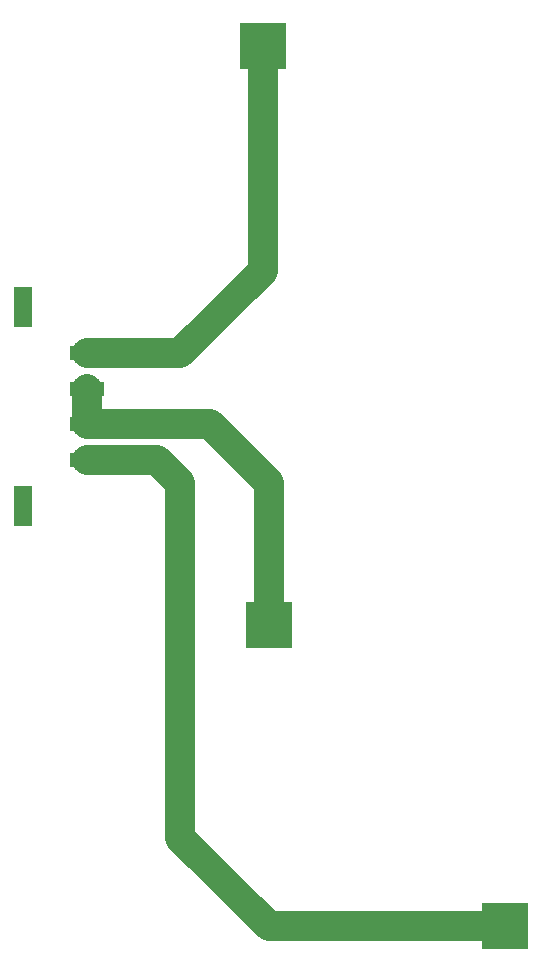
<source format=gtl>
G04 #@! TF.GenerationSoftware,KiCad,Pcbnew,5.1.9+dfsg1-1*
G04 #@! TF.CreationDate,2022-08-21T22:58:33+09:00*
G04 #@! TF.ProjectId,lenovo-tab4-8p-no-battery-psu,6c656e6f-766f-42d7-9461-62342d38702d,rev?*
G04 #@! TF.SameCoordinates,Original*
G04 #@! TF.FileFunction,Copper,L1,Top*
G04 #@! TF.FilePolarity,Positive*
%FSLAX46Y46*%
G04 Gerber Fmt 4.6, Leading zero omitted, Abs format (unit mm)*
G04 Created by KiCad (PCBNEW 5.1.9+dfsg1-1) date 2022-08-21 22:58:33*
%MOMM*%
%LPD*%
G01*
G04 APERTURE LIST*
G04 #@! TA.AperFunction,SMDPad,CuDef*
%ADD10R,4.000000X4.000000*%
G04 #@! TD*
G04 #@! TA.AperFunction,SMDPad,CuDef*
%ADD11R,2.919999X1.270000*%
G04 #@! TD*
G04 #@! TA.AperFunction,SMDPad,CuDef*
%ADD12R,1.650000X3.430001*%
G04 #@! TD*
G04 #@! TA.AperFunction,Conductor*
%ADD13C,2.500000*%
G04 #@! TD*
G04 APERTURE END LIST*
D10*
X235000000Y-81000000D03*
X235500000Y-130000000D03*
X255500000Y-155500000D03*
D11*
X220120000Y-115999999D03*
X220120000Y-113000000D03*
X220120000Y-110000000D03*
X220120000Y-107000001D03*
D12*
X214649988Y-119885004D03*
X214649988Y-103114996D03*
D13*
X220120000Y-107000001D02*
X227999999Y-107000001D01*
X235000000Y-100000000D02*
X235000000Y-81000000D01*
X227999999Y-107000001D02*
X235000000Y-100000000D01*
X220120000Y-110000000D02*
X220120000Y-113000000D01*
X220120000Y-113000000D02*
X230500000Y-113000000D01*
X235500000Y-118000000D02*
X235500000Y-130000000D01*
X230500000Y-113000000D02*
X235500000Y-118000000D01*
X255500000Y-155500000D02*
X235500000Y-155500000D01*
X235500000Y-155500000D02*
X228000000Y-148000000D01*
X228000000Y-148000000D02*
X228000000Y-118000000D01*
X225999999Y-115999999D02*
X220120000Y-115999999D01*
X228000000Y-118000000D02*
X225999999Y-115999999D01*
M02*

</source>
